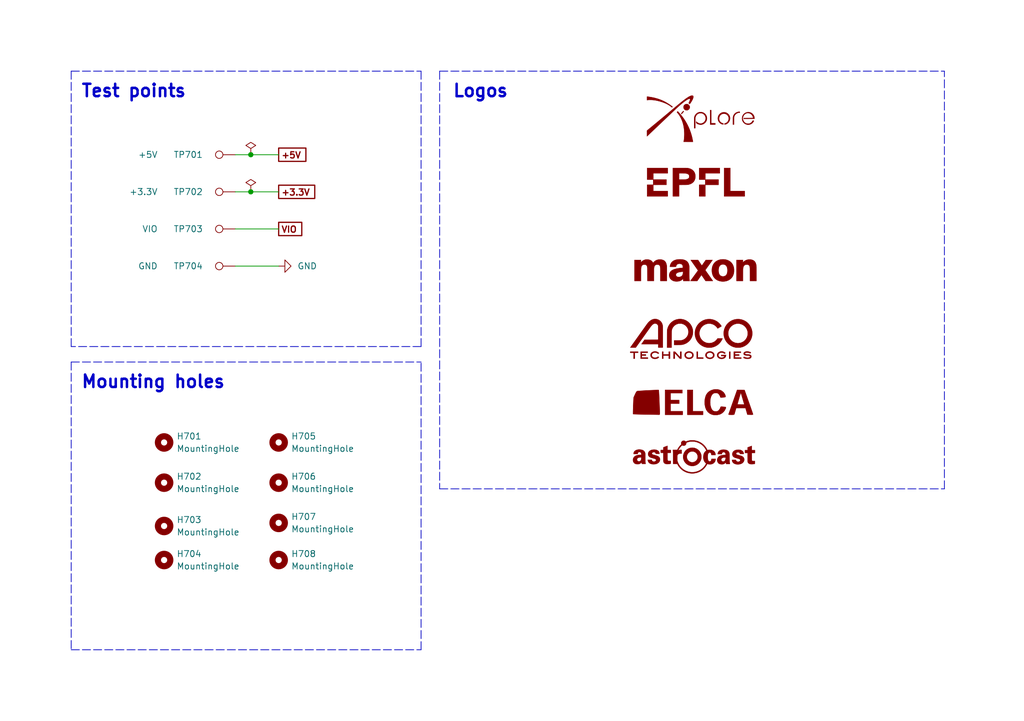
<source format=kicad_sch>
(kicad_sch (version 20211123) (generator eeschema)
  (paper "A5")
  (title_block (title "Mechanical Elements and Test Points") (company "EPFL Xplore") (comment 2 "Author: Vincent Nguyen"))
  (lib_symbols
    (symbol "0_graphic:APCO_Logo" (pin_numbers hide) (pin_names (offset 0) hide) (in_bom no))
    (symbol "0_graphic:Astrocast_LOGO" (pin_numbers hide) (pin_names (offset 0) hide) (in_bom no))
    (symbol "0_graphic:ELCA_Logo" (pin_numbers hide) (pin_names (offset 0) hide) (in_bom no))
    (symbol "0_graphic:EPFL_Logo" (pin_numbers hide) (pin_names (offset 0) hide) (in_bom no))
    (symbol "0_graphic:Xplore_Logo" (pin_numbers hide) (pin_names (offset 0) hide) (in_bom no))
    (symbol "0_graphic:maxon_Logo" (pin_numbers hide) (pin_names (offset 0) hide) (in_bom no))
    (symbol "Connector:TestPoint" (pin_numbers hide) (pin_names (offset 0.762) hide)
      (property "Reference" "TP" (at 0 6.858 0))
      (property "Value" "TestPoint" (at 0 5.08 0))
      (symbol "TestPoint_1_1"
        (pin passive line (at 0 0 90) (length 2.54) (name "1") (number "1"))
      )
    )
    (symbol "Mechanical:MountingHole" (pin_names (offset 1.016))
      (property "Reference" "H" (at 0 5.08 0))
      (property "Value" "MountingHole" (at 0 3.175 0))
    )
    (symbol "power:GND" (power) (pin_names (offset 0))
      (property "Value" "GND" (at 0 -3.81 0))
      (symbol "GND_1_1"
        (pin power_in line (at 0 0 270) (length 0) hide (name "GND") (number "1"))
      )
    )
    (symbol "power:PWR_FLAG" (power) (pin_numbers hide) (pin_names (offset 0) hide)
      (property "Value" "PWR_FLAG" (at 0 3.81 0))
      (symbol "PWR_FLAG_0_0"
        (pin power_out line (at 0 0 90) (length 0) (name "pwr") (number "1"))
      )
    )
  )
  (junction (at 51.435 39.37))
  (junction (at 51.435 31.75))
  (polyline (pts (xy 14.605 14.605) (xy 14.605 71.12)))
  (polyline (pts (xy 14.605 74.295) (xy 86.36 74.295)))
  (polyline (pts (xy 90.17 14.605) (xy 193.675 14.605)))
  (polyline (pts (xy 90.17 14.605) (xy 90.17 100.33)))
  (polyline (pts (xy 86.36 133.35) (xy 86.36 74.295)))
  (polyline (pts (xy 14.605 14.605) (xy 86.36 14.605)))
  (wire (pts (xy 48.26 39.37) (xy 51.435 39.37)))
  (polyline (pts (xy 90.17 100.33) (xy 193.675 100.33)))
  (wire (pts (xy 51.435 39.37) (xy 57.15 39.37)))
  (polyline (pts (xy 193.675 100.33) (xy 193.675 14.605)))
  (polyline (pts (xy 86.36 14.605) (xy 86.36 71.12)))
  (wire (pts (xy 48.26 31.75) (xy 51.435 31.75)))
  (polyline (pts (xy 86.36 71.12) (xy 14.605 71.12)))
  (wire (pts (xy 51.435 31.75) (xy 57.15 31.75)))
  (wire (pts (xy 48.26 46.99) (xy 57.15 46.99)))
  (polyline (pts (xy 14.605 74.295) (xy 14.605 133.35)))
  (polyline (pts (xy 14.605 133.35) (xy 86.36 133.35)))
  (wire (pts (xy 48.26 54.61) (xy 57.15 54.61)))
  (text "Mounting holes" (at 16.51 80.01 0) (effects (font (size 2.54 2.54) bold) (justify left bottom)))
  (text "Logos" (at 92.71 20.32 0) (effects (font (size 2.54 2.54) bold) (justify left bottom)))
  (text "Test points" (at 16.51 20.32 0) (effects (font (size 2.54 2.54) bold) (justify left bottom)))
  (global_label "+5V" (shape passive) (at 57.15 31.75 0) (effects (font bold)) (property "Intersheet References" "${INTERSHEET_REFS}" (effects hide)))
  (global_label "+3.3V" (shape passive) (at 57.15 39.37 0) (effects (font bold)) (property "Intersheet References" "${INTERSHEET_REFS}" (effects hide)))
  (global_label "VIO" (shape passive) (at 57.15 46.99 0) (effects (font bold)) (property "Intersheet References" "${INTERSHEET_REFS}" (effects hide)))
  (symbol (lib_id "Mechanical:MountingHole") (at 33.655 114.935 0) (unit 1)
    (property "Reference" "H704" (at 36.195 113.6649 0) (effects (justify left)))
    (property "Value" "MountingHole" (at 36.195 116.2049 0) (effects (justify left)))
    (property "Footprint" "MountingHole:MountingHole_2.2mm_M2" (effects hide))
    (property "Datasheet" "https://katalog.we-online.com/em/datasheet/971080244.pdf" (effects hide))
    (property "Manufacturer ref" "971080244" (effects hide))
    (property "Digikey ref" "732-12911-ND" (effects hide))
  )
  (symbol (lib_id "0_graphic:EPFL_Logo") (at 142.875 40.005 0) (unit 1) (in_bom no)
    (property "Reference" "G702" (effects hide))
    (property "Value" "EPFL_Logo" (effects hide))
    (property "Footprint" "0_graphic:EPFL_Logo_30mm" (effects hide))
  )
  (symbol (lib_id "0_graphic:maxon_Logo") (at 142.24 57.785 0) (unit 1) (in_bom no)
    (property "Reference" "G703" (effects hide))
    (property "Value" "maxon_Logo" (effects hide))
    (property "Footprint" "0_graphic:maxon_Logo_20mm" (effects hide))
  )
  (symbol (lib_id "power:PWR_FLAG") (at 51.435 31.75 0) (unit 1)
    (property "Reference" "#FLG0102" (effects hide))
    (property "Value" "PWR_FLAG" (effects hide))
  )
  (symbol (lib_id "Mechanical:MountingHole") (at 33.655 107.95 0) (unit 1)
    (property "Reference" "H703" (at 36.195 106.6799 0) (effects (justify left)))
    (property "Value" "MountingHole" (at 36.195 109.2199 0) (effects (justify left)))
    (property "Footprint" "MountingHole:MountingHole_2.2mm_M2" (effects hide))
    (property "Datasheet" "https://katalog.we-online.com/em/datasheet/971080244.pdf" (effects hide))
    (property "Manufacturer ref" "971080244" (effects hide))
    (property "Digikey ref" "732-12911-ND" (effects hide))
  )
  (symbol (lib_id "Connector:TestPoint") (at 48.26 54.61 90) (unit 1) (in_bom no)
    (property "Reference" "TP704" (at 35.56 54.61 90) (effects (justify right)))
    (property "Value" "GND" (at 32.385 54.61 90) (effects (justify left)))
    (property "Footprint" "0_various:TestPoint" (effects hide))
  )
  (symbol (lib_id "power:GND") (at 57.15 54.61 90) (unit 1)
    (property "Reference" "#PWR0701" (effects hide))
    (property "Value" "GND" (at 60.96 54.6099 90) (effects (justify right)))
  )
  (symbol (lib_id "Mechanical:MountingHole") (at 33.655 90.805 0) (unit 1)
    (property "Reference" "H701" (at 36.195 89.5349 0) (effects (justify left)))
    (property "Value" "MountingHole" (at 36.195 92.0749 0) (effects (justify left)))
    (property "Footprint" "MountingHole:MountingHole_2.2mm_M2" (effects hide))
    (property "Datasheet" "https://katalog.we-online.com/em/datasheet/971080244.pdf" (effects hide))
    (property "Manufacturer ref" "971080244" (effects hide))
    (property "Digikey ref" "732-12911-ND" (effects hide))
  )
  (symbol (lib_id "0_graphic:APCO_Logo") (at 142.24 73.66 0) (unit 1) (in_bom no)
    (property "Reference" "G704" (effects hide))
    (property "Value" "APCO_Logo" (effects hide))
    (property "Footprint" "0_graphic:APCO_Logo_20mm" (effects hide))
  )
  (symbol (lib_id "Mechanical:MountingHole") (at 33.655 99.06 0) (unit 1)
    (property "Reference" "H702" (at 36.195 97.7899 0) (effects (justify left)))
    (property "Value" "MountingHole" (at 36.195 100.3299 0) (effects (justify left)))
    (property "Footprint" "MountingHole:MountingHole_2.2mm_M2" (effects hide))
    (property "Datasheet" "https://katalog.we-online.com/em/datasheet/971080244.pdf" (effects hide))
    (property "Manufacturer ref" "971080244" (effects hide))
    (property "Digikey ref" "732-12911-ND" (effects hide))
  )
  (symbol (lib_id "Connector:TestPoint") (at 48.26 31.75 90) (unit 1) (in_bom no)
    (property "Reference" "TP701" (at 35.56 31.75 90) (effects (justify right)))
    (property "Value" "+5V" (at 32.385 31.75 90) (effects (justify left)))
    (property "Footprint" "0_various:TestPoint" (effects hide))
  )
  (symbol (lib_id "Mechanical:MountingHole") (at 57.15 99.06 0) (unit 1) (in_bom no)
    (property "Reference" "H706" (at 59.69 97.7899 0) (effects (justify left)))
    (property "Value" "MountingHole" (at 59.69 100.3299 0) (effects (justify left)))
    (property "Footprint" "MountingHole:MountingHole_2.2mm_M2_Pad" (effects hide))
  )
  (symbol (lib_id "0_graphic:ELCA_Logo") (at 142.24 85.09 0) (unit 1) (in_bom no)
    (property "Reference" "G705" (effects hide))
    (property "Value" "ELCA_Logo" (effects hide))
    (property "Footprint" "0_graphic:ELCA_Logo_20mm" (effects hide))
  )
  (symbol (lib_id "Mechanical:MountingHole") (at 57.15 107.315 0) (unit 1) (in_bom no)
    (property "Reference" "H707" (at 59.69 106.0449 0) (effects (justify left)))
    (property "Value" "MountingHole" (at 59.69 108.5849 0) (effects (justify left)))
    (property "Footprint" "MountingHole:MountingHole_2.2mm_M2_Pad" (effects hide))
  )
  (symbol (lib_id "power:PWR_FLAG") (at 51.435 39.37 0) (unit 1)
    (property "Reference" "#FLG0103" (effects hide))
    (property "Value" "PWR_FLAG" (effects hide))
  )
  (symbol (lib_id "Mechanical:MountingHole") (at 57.15 90.805 0) (unit 1) (in_bom no)
    (property "Reference" "H705" (at 59.69 89.5349 0) (effects (justify left)))
    (property "Value" "MountingHole" (at 59.69 92.0749 0) (effects (justify left)))
    (property "Footprint" "MountingHole:MountingHole_2.2mm_M2_Pad" (effects hide))
  )
  (symbol (lib_id "Connector:TestPoint") (at 48.26 46.99 90) (unit 1) (in_bom no)
    (property "Reference" "TP703" (at 35.56 46.99 90) (effects (justify right)))
    (property "Value" "VIO" (at 32.385 46.99 90) (effects (justify left)))
    (property "Footprint" "0_various:TestPoint" (effects hide))
  )
  (symbol (lib_id "Mechanical:MountingHole") (at 57.15 114.935 0) (unit 1) (in_bom no)
    (property "Reference" "H708" (at 59.69 113.6649 0) (effects (justify left)))
    (property "Value" "MountingHole" (at 59.69 116.2049 0) (effects (justify left)))
    (property "Footprint" "MountingHole:MountingHole_2.2mm_M2_Pad" (effects hide))
  )
  (symbol (lib_id "0_graphic:Xplore_Logo") (at 143.51 27.94 0) (unit 1) (in_bom no)
    (property "Reference" "G701" (effects hide))
    (property "Value" "Xplore_Logo" (effects hide))
    (property "Footprint" "0_graphic:Xplore_Logo_X_only_7mm" (effects hide))
  )
  (symbol (lib_id "Connector:TestPoint") (at 48.26 39.37 90) (unit 1) (in_bom no)
    (property "Reference" "TP702" (at 35.56 39.37 90) (effects (justify right)))
    (property "Value" "+3.3V" (at 32.385 39.37 90) (effects (justify left)))
    (property "Footprint" "0_various:TestPoint" (effects hide))
  )
  (symbol (lib_id "0_graphic:Astrocast_LOGO") (at 142.24 95.25 0) (unit 1) (in_bom no)
    (property "Reference" "G706" (effects hide))
    (property "Value" "Astrocast_LOGO" (effects hide))
    (property "Footprint" "0_graphic:Astrocast_Logo_20mm" (effects hide))
  )
)
</source>
